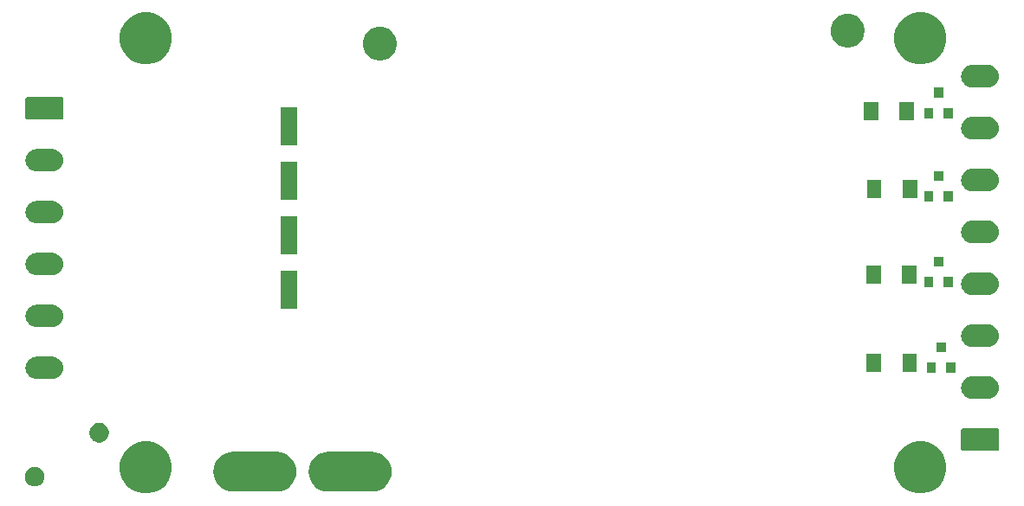
<source format=gbr>
G04 #@! TF.GenerationSoftware,KiCad,Pcbnew,5.1.6-c6e7f7d~87~ubuntu18.04.1*
G04 #@! TF.CreationDate,2020-08-27T22:21:22+02:00*
G04 #@! TF.ProjectId,PeakHoldPWMDriver,5065616b-486f-46c6-9450-574d44726976,rev?*
G04 #@! TF.SameCoordinates,Original*
G04 #@! TF.FileFunction,Soldermask,Bot*
G04 #@! TF.FilePolarity,Negative*
%FSLAX46Y46*%
G04 Gerber Fmt 4.6, Leading zero omitted, Abs format (unit mm)*
G04 Created by KiCad (PCBNEW 5.1.6-c6e7f7d~87~ubuntu18.04.1) date 2020-08-27 22:21:22*
%MOMM*%
%LPD*%
G01*
G04 APERTURE LIST*
%ADD10C,0.100000*%
G04 APERTURE END LIST*
D10*
G36*
X202166098Y-109397033D02*
G01*
X202630350Y-109589332D01*
X202630352Y-109589333D01*
X203048168Y-109868509D01*
X203403491Y-110223832D01*
X203682667Y-110641648D01*
X203682668Y-110641650D01*
X203874967Y-111105902D01*
X203973000Y-111598747D01*
X203973000Y-112101253D01*
X203874967Y-112594098D01*
X203699287Y-113018228D01*
X203682667Y-113058352D01*
X203403491Y-113476168D01*
X203048168Y-113831491D01*
X202630352Y-114110667D01*
X202630351Y-114110668D01*
X202630350Y-114110668D01*
X202166098Y-114302967D01*
X201673253Y-114401000D01*
X201170747Y-114401000D01*
X200677902Y-114302967D01*
X200213650Y-114110668D01*
X200213649Y-114110668D01*
X200213648Y-114110667D01*
X199795832Y-113831491D01*
X199440509Y-113476168D01*
X199161333Y-113058352D01*
X199144713Y-113018228D01*
X198969033Y-112594098D01*
X198871000Y-112101253D01*
X198871000Y-111598747D01*
X198969033Y-111105902D01*
X199161332Y-110641650D01*
X199161333Y-110641648D01*
X199440509Y-110223832D01*
X199795832Y-109868509D01*
X200213648Y-109589333D01*
X200213650Y-109589332D01*
X200677902Y-109397033D01*
X201170747Y-109299000D01*
X201673253Y-109299000D01*
X202166098Y-109397033D01*
G37*
G36*
X126474098Y-109397033D02*
G01*
X126938350Y-109589332D01*
X126938352Y-109589333D01*
X127356168Y-109868509D01*
X127711491Y-110223832D01*
X127990667Y-110641648D01*
X127990668Y-110641650D01*
X128182967Y-111105902D01*
X128281000Y-111598747D01*
X128281000Y-112101253D01*
X128182967Y-112594098D01*
X128007287Y-113018228D01*
X127990667Y-113058352D01*
X127711491Y-113476168D01*
X127356168Y-113831491D01*
X126938352Y-114110667D01*
X126938351Y-114110668D01*
X126938350Y-114110668D01*
X126474098Y-114302967D01*
X125981253Y-114401000D01*
X125478747Y-114401000D01*
X124985902Y-114302967D01*
X124521650Y-114110668D01*
X124521649Y-114110668D01*
X124521648Y-114110667D01*
X124103832Y-113831491D01*
X123748509Y-113476168D01*
X123469333Y-113058352D01*
X123452713Y-113018228D01*
X123277033Y-112594098D01*
X123179000Y-112101253D01*
X123179000Y-111598747D01*
X123277033Y-111105902D01*
X123469332Y-110641650D01*
X123469333Y-110641648D01*
X123748509Y-110223832D01*
X124103832Y-109868509D01*
X124521648Y-109589333D01*
X124521650Y-109589332D01*
X124985902Y-109397033D01*
X125478747Y-109299000D01*
X125981253Y-109299000D01*
X126474098Y-109397033D01*
G37*
G36*
X138880463Y-110345229D02*
G01*
X139248228Y-110456790D01*
X139587162Y-110637954D01*
X139884240Y-110881760D01*
X140128046Y-111178838D01*
X140309210Y-111517772D01*
X140420771Y-111885537D01*
X140458440Y-112268000D01*
X140420771Y-112650463D01*
X140309210Y-113018228D01*
X140128046Y-113357162D01*
X139884240Y-113654240D01*
X139587162Y-113898046D01*
X139248228Y-114079210D01*
X138880463Y-114190771D01*
X138593847Y-114219000D01*
X134202153Y-114219000D01*
X133915537Y-114190771D01*
X133547772Y-114079210D01*
X133208838Y-113898046D01*
X132911760Y-113654240D01*
X132667954Y-113357162D01*
X132486790Y-113018228D01*
X132375229Y-112650463D01*
X132337560Y-112268000D01*
X132375229Y-111885537D01*
X132486790Y-111517772D01*
X132667954Y-111178838D01*
X132911760Y-110881760D01*
X133208838Y-110637954D01*
X133547772Y-110456790D01*
X133915537Y-110345229D01*
X134202153Y-110317000D01*
X138593847Y-110317000D01*
X138880463Y-110345229D01*
G37*
G36*
X148180463Y-110345229D02*
G01*
X148548228Y-110456790D01*
X148887162Y-110637954D01*
X149184240Y-110881760D01*
X149428046Y-111178838D01*
X149609210Y-111517772D01*
X149720771Y-111885537D01*
X149758440Y-112268000D01*
X149720771Y-112650463D01*
X149609210Y-113018228D01*
X149428046Y-113357162D01*
X149184240Y-113654240D01*
X148887162Y-113898046D01*
X148548228Y-114079210D01*
X148180463Y-114190771D01*
X147893847Y-114219000D01*
X143502153Y-114219000D01*
X143215537Y-114190771D01*
X142847772Y-114079210D01*
X142508838Y-113898046D01*
X142211760Y-113654240D01*
X141967954Y-113357162D01*
X141786790Y-113018228D01*
X141675229Y-112650463D01*
X141637560Y-112268000D01*
X141675229Y-111885537D01*
X141786790Y-111517772D01*
X141967954Y-111178838D01*
X142211760Y-110881760D01*
X142508838Y-110637954D01*
X142847772Y-110456790D01*
X143215537Y-110345229D01*
X143502153Y-110317000D01*
X147893847Y-110317000D01*
X148180463Y-110345229D01*
G37*
G36*
X115142145Y-111856897D02*
G01*
X115315216Y-111928585D01*
X115315217Y-111928586D01*
X115470977Y-112032661D01*
X115603440Y-112165124D01*
X115603441Y-112165126D01*
X115707516Y-112320885D01*
X115779204Y-112493956D01*
X115815750Y-112677684D01*
X115815750Y-112865018D01*
X115779204Y-113048746D01*
X115707516Y-113221817D01*
X115707515Y-113221818D01*
X115603440Y-113377578D01*
X115470977Y-113510041D01*
X115392568Y-113562432D01*
X115315216Y-113614117D01*
X115142145Y-113685805D01*
X114958417Y-113722351D01*
X114771083Y-113722351D01*
X114587355Y-113685805D01*
X114414284Y-113614117D01*
X114336932Y-113562432D01*
X114258523Y-113510041D01*
X114126060Y-113377578D01*
X114021985Y-113221818D01*
X114021984Y-113221817D01*
X113950296Y-113048746D01*
X113913750Y-112865018D01*
X113913750Y-112677684D01*
X113950296Y-112493956D01*
X114021984Y-112320885D01*
X114126059Y-112165126D01*
X114126060Y-112165124D01*
X114258523Y-112032661D01*
X114414283Y-111928586D01*
X114414284Y-111928585D01*
X114587355Y-111856897D01*
X114771083Y-111820351D01*
X114958417Y-111820351D01*
X115142145Y-111856897D01*
G37*
G36*
X208980217Y-108030808D02*
G01*
X209011489Y-108040294D01*
X209040308Y-108055698D01*
X209065570Y-108076430D01*
X209086302Y-108101692D01*
X209101706Y-108130511D01*
X209111192Y-108161783D01*
X209115000Y-108200448D01*
X209115000Y-110035552D01*
X209111192Y-110074217D01*
X209101706Y-110105489D01*
X209086302Y-110134308D01*
X209065570Y-110159570D01*
X209040308Y-110180302D01*
X209011489Y-110195706D01*
X208980217Y-110205192D01*
X208941552Y-110209000D01*
X205586448Y-110209000D01*
X205547783Y-110205192D01*
X205516511Y-110195706D01*
X205487692Y-110180302D01*
X205462430Y-110159570D01*
X205441698Y-110134308D01*
X205426294Y-110105489D01*
X205416808Y-110074217D01*
X205413000Y-110035552D01*
X205413000Y-108200448D01*
X205416808Y-108161783D01*
X205426294Y-108130511D01*
X205441698Y-108101692D01*
X205462430Y-108076430D01*
X205487692Y-108055698D01*
X205516511Y-108040294D01*
X205547783Y-108030808D01*
X205586448Y-108027000D01*
X208941552Y-108027000D01*
X208980217Y-108030808D01*
G37*
G36*
X121435395Y-107543546D02*
G01*
X121608466Y-107615234D01*
X121608467Y-107615235D01*
X121764227Y-107719310D01*
X121896690Y-107851773D01*
X121896691Y-107851775D01*
X122000766Y-108007534D01*
X122072454Y-108180605D01*
X122109000Y-108364333D01*
X122109000Y-108551667D01*
X122072454Y-108735395D01*
X122000766Y-108908466D01*
X122000765Y-108908467D01*
X121896690Y-109064227D01*
X121764227Y-109196690D01*
X121685818Y-109249081D01*
X121608466Y-109300766D01*
X121435395Y-109372454D01*
X121251667Y-109409000D01*
X121064333Y-109409000D01*
X120880605Y-109372454D01*
X120707534Y-109300766D01*
X120630182Y-109249081D01*
X120551773Y-109196690D01*
X120419310Y-109064227D01*
X120315235Y-108908467D01*
X120315234Y-108908466D01*
X120243546Y-108735395D01*
X120207000Y-108551667D01*
X120207000Y-108364333D01*
X120243546Y-108180605D01*
X120315234Y-108007534D01*
X120419309Y-107851775D01*
X120419310Y-107851773D01*
X120551773Y-107719310D01*
X120707533Y-107615235D01*
X120707534Y-107615234D01*
X120880605Y-107543546D01*
X121064333Y-107507000D01*
X121251667Y-107507000D01*
X121435395Y-107543546D01*
G37*
G36*
X208237871Y-102962786D02*
G01*
X208405245Y-103013558D01*
X208424905Y-103019522D01*
X208443530Y-103025172D01*
X208633055Y-103126475D01*
X208633058Y-103126477D01*
X208633059Y-103126478D01*
X208799186Y-103262814D01*
X208935522Y-103428941D01*
X208935525Y-103428945D01*
X209036828Y-103618470D01*
X209099214Y-103824129D01*
X209120278Y-104038000D01*
X209099214Y-104251871D01*
X209036828Y-104457530D01*
X208935525Y-104647055D01*
X208935523Y-104647058D01*
X208935522Y-104647059D01*
X208799186Y-104813186D01*
X208633059Y-104949522D01*
X208633055Y-104949525D01*
X208443530Y-105050828D01*
X208237871Y-105113214D01*
X208077591Y-105129000D01*
X206450409Y-105129000D01*
X206290129Y-105113214D01*
X206084470Y-105050828D01*
X205894945Y-104949525D01*
X205894941Y-104949522D01*
X205728814Y-104813186D01*
X205592478Y-104647059D01*
X205592477Y-104647058D01*
X205592475Y-104647055D01*
X205491172Y-104457530D01*
X205428786Y-104251871D01*
X205407722Y-104038000D01*
X205428786Y-103824129D01*
X205491172Y-103618470D01*
X205592475Y-103428945D01*
X205592478Y-103428941D01*
X205728814Y-103262814D01*
X205894941Y-103126478D01*
X205894942Y-103126477D01*
X205894945Y-103126475D01*
X206084470Y-103025172D01*
X206103096Y-103019522D01*
X206122755Y-103013558D01*
X206290129Y-102962786D01*
X206450409Y-102947000D01*
X208077591Y-102947000D01*
X208237871Y-102962786D01*
G37*
G36*
X116797871Y-101032786D02*
G01*
X117003530Y-101095172D01*
X117193055Y-101196475D01*
X117193058Y-101196477D01*
X117193059Y-101196478D01*
X117359186Y-101332814D01*
X117495522Y-101498941D01*
X117495525Y-101498945D01*
X117596828Y-101688470D01*
X117659214Y-101894129D01*
X117680278Y-102108000D01*
X117659214Y-102321871D01*
X117596828Y-102527530D01*
X117495525Y-102717055D01*
X117495523Y-102717058D01*
X117495522Y-102717059D01*
X117359186Y-102883186D01*
X117193059Y-103019522D01*
X117193055Y-103019525D01*
X117003530Y-103120828D01*
X117003527Y-103120829D01*
X116965245Y-103132442D01*
X116797871Y-103183214D01*
X116637591Y-103199000D01*
X115010409Y-103199000D01*
X114850129Y-103183214D01*
X114682755Y-103132442D01*
X114644473Y-103120829D01*
X114644470Y-103120828D01*
X114454945Y-103019525D01*
X114454941Y-103019522D01*
X114288814Y-102883186D01*
X114152478Y-102717059D01*
X114152477Y-102717058D01*
X114152475Y-102717055D01*
X114051172Y-102527530D01*
X113988786Y-102321871D01*
X113967722Y-102108000D01*
X113988786Y-101894129D01*
X114051172Y-101688470D01*
X114152475Y-101498945D01*
X114152478Y-101498941D01*
X114288814Y-101332814D01*
X114454941Y-101196478D01*
X114454942Y-101196477D01*
X114454945Y-101196475D01*
X114644470Y-101095172D01*
X114850129Y-101032786D01*
X115010409Y-101017000D01*
X116637591Y-101017000D01*
X116797871Y-101032786D01*
G37*
G36*
X202955000Y-102593000D02*
G01*
X202053000Y-102593000D01*
X202053000Y-101591000D01*
X202955000Y-101591000D01*
X202955000Y-102593000D01*
G37*
G36*
X204855000Y-102593000D02*
G01*
X203953000Y-102593000D01*
X203953000Y-101591000D01*
X204855000Y-101591000D01*
X204855000Y-102593000D01*
G37*
G36*
X201079000Y-102501000D02*
G01*
X199677000Y-102501000D01*
X199677000Y-100699000D01*
X201079000Y-100699000D01*
X201079000Y-102501000D01*
G37*
G36*
X197579000Y-102501000D02*
G01*
X196177000Y-102501000D01*
X196177000Y-100699000D01*
X197579000Y-100699000D01*
X197579000Y-102501000D01*
G37*
G36*
X203905000Y-100593000D02*
G01*
X203003000Y-100593000D01*
X203003000Y-99591000D01*
X203905000Y-99591000D01*
X203905000Y-100593000D01*
G37*
G36*
X208237871Y-97882786D02*
G01*
X208405245Y-97933558D01*
X208424905Y-97939522D01*
X208443530Y-97945172D01*
X208633055Y-98046475D01*
X208633058Y-98046477D01*
X208633059Y-98046478D01*
X208799186Y-98182814D01*
X208935522Y-98348941D01*
X208935525Y-98348945D01*
X209036828Y-98538470D01*
X209099214Y-98744129D01*
X209120278Y-98958000D01*
X209099214Y-99171871D01*
X209036828Y-99377530D01*
X208935525Y-99567055D01*
X208935523Y-99567058D01*
X208935522Y-99567059D01*
X208799186Y-99733186D01*
X208633059Y-99869522D01*
X208633055Y-99869525D01*
X208443530Y-99970828D01*
X208237871Y-100033214D01*
X208077591Y-100049000D01*
X206450409Y-100049000D01*
X206290129Y-100033214D01*
X206084470Y-99970828D01*
X205894945Y-99869525D01*
X205894941Y-99869522D01*
X205728814Y-99733186D01*
X205592478Y-99567059D01*
X205592477Y-99567058D01*
X205592475Y-99567055D01*
X205491172Y-99377530D01*
X205428786Y-99171871D01*
X205407722Y-98958000D01*
X205428786Y-98744129D01*
X205491172Y-98538470D01*
X205592475Y-98348945D01*
X205592478Y-98348941D01*
X205728814Y-98182814D01*
X205894941Y-98046478D01*
X205894942Y-98046477D01*
X205894945Y-98046475D01*
X206084470Y-97945172D01*
X206103096Y-97939522D01*
X206122755Y-97933558D01*
X206290129Y-97882786D01*
X206450409Y-97867000D01*
X208077591Y-97867000D01*
X208237871Y-97882786D01*
G37*
G36*
X116797871Y-95952786D02*
G01*
X117003530Y-96015172D01*
X117193055Y-96116475D01*
X117193058Y-96116477D01*
X117193059Y-96116478D01*
X117359186Y-96252814D01*
X117495522Y-96418941D01*
X117495525Y-96418945D01*
X117596828Y-96608470D01*
X117659214Y-96814129D01*
X117680278Y-97028000D01*
X117659214Y-97241871D01*
X117596828Y-97447530D01*
X117495525Y-97637055D01*
X117495523Y-97637058D01*
X117495522Y-97637059D01*
X117359186Y-97803186D01*
X117193059Y-97939522D01*
X117193055Y-97939525D01*
X117003530Y-98040828D01*
X117003527Y-98040829D01*
X116965245Y-98052442D01*
X116797871Y-98103214D01*
X116637591Y-98119000D01*
X115010409Y-98119000D01*
X114850129Y-98103214D01*
X114682755Y-98052442D01*
X114644473Y-98040829D01*
X114644470Y-98040828D01*
X114454945Y-97939525D01*
X114454941Y-97939522D01*
X114288814Y-97803186D01*
X114152478Y-97637059D01*
X114152477Y-97637058D01*
X114152475Y-97637055D01*
X114051172Y-97447530D01*
X113988786Y-97241871D01*
X113967722Y-97028000D01*
X113988786Y-96814129D01*
X114051172Y-96608470D01*
X114152475Y-96418945D01*
X114152478Y-96418941D01*
X114288814Y-96252814D01*
X114454941Y-96116478D01*
X114454942Y-96116477D01*
X114454945Y-96116475D01*
X114644470Y-96015172D01*
X114850129Y-95952786D01*
X115010409Y-95937000D01*
X116637591Y-95937000D01*
X116797871Y-95952786D01*
G37*
G36*
X140501000Y-96339000D02*
G01*
X138899000Y-96339000D01*
X138899000Y-92637000D01*
X140501000Y-92637000D01*
X140501000Y-96339000D01*
G37*
G36*
X208237871Y-92802786D02*
G01*
X208405245Y-92853558D01*
X208424905Y-92859522D01*
X208443530Y-92865172D01*
X208633055Y-92966475D01*
X208633058Y-92966477D01*
X208633059Y-92966478D01*
X208799186Y-93102814D01*
X208935522Y-93268941D01*
X208935525Y-93268945D01*
X209036828Y-93458470D01*
X209099214Y-93664129D01*
X209120278Y-93878000D01*
X209099214Y-94091871D01*
X209036828Y-94297530D01*
X208935525Y-94487055D01*
X208935523Y-94487058D01*
X208935522Y-94487059D01*
X208799186Y-94653186D01*
X208633059Y-94789522D01*
X208633055Y-94789525D01*
X208443530Y-94890828D01*
X208237871Y-94953214D01*
X208077591Y-94969000D01*
X206450409Y-94969000D01*
X206290129Y-94953214D01*
X206084470Y-94890828D01*
X205894945Y-94789525D01*
X205894941Y-94789522D01*
X205728814Y-94653186D01*
X205592478Y-94487059D01*
X205592477Y-94487058D01*
X205592475Y-94487055D01*
X205491172Y-94297530D01*
X205428786Y-94091871D01*
X205407722Y-93878000D01*
X205428786Y-93664129D01*
X205491172Y-93458470D01*
X205592475Y-93268945D01*
X205592478Y-93268941D01*
X205728814Y-93102814D01*
X205894941Y-92966478D01*
X205894942Y-92966477D01*
X205894945Y-92966475D01*
X206084470Y-92865172D01*
X206103096Y-92859522D01*
X206122755Y-92853558D01*
X206290129Y-92802786D01*
X206450409Y-92787000D01*
X208077591Y-92787000D01*
X208237871Y-92802786D01*
G37*
G36*
X204601000Y-94211000D02*
G01*
X203699000Y-94211000D01*
X203699000Y-93209000D01*
X204601000Y-93209000D01*
X204601000Y-94211000D01*
G37*
G36*
X202701000Y-94211000D02*
G01*
X201799000Y-94211000D01*
X201799000Y-93209000D01*
X202701000Y-93209000D01*
X202701000Y-94211000D01*
G37*
G36*
X197551000Y-93865000D02*
G01*
X196149000Y-93865000D01*
X196149000Y-92063000D01*
X197551000Y-92063000D01*
X197551000Y-93865000D01*
G37*
G36*
X201051000Y-93865000D02*
G01*
X199649000Y-93865000D01*
X199649000Y-92063000D01*
X201051000Y-92063000D01*
X201051000Y-93865000D01*
G37*
G36*
X116797871Y-90872786D02*
G01*
X117003530Y-90935172D01*
X117193055Y-91036475D01*
X117193058Y-91036477D01*
X117193059Y-91036478D01*
X117359186Y-91172814D01*
X117495522Y-91338941D01*
X117495525Y-91338945D01*
X117596828Y-91528470D01*
X117659214Y-91734129D01*
X117680278Y-91948000D01*
X117659214Y-92161871D01*
X117596828Y-92367530D01*
X117495525Y-92557055D01*
X117495523Y-92557058D01*
X117495522Y-92557059D01*
X117359186Y-92723186D01*
X117193059Y-92859522D01*
X117193055Y-92859525D01*
X117003530Y-92960828D01*
X117003527Y-92960829D01*
X116965245Y-92972442D01*
X116797871Y-93023214D01*
X116637591Y-93039000D01*
X115010409Y-93039000D01*
X114850129Y-93023214D01*
X114682755Y-92972442D01*
X114644473Y-92960829D01*
X114644470Y-92960828D01*
X114454945Y-92859525D01*
X114454941Y-92859522D01*
X114288814Y-92723186D01*
X114152478Y-92557059D01*
X114152477Y-92557058D01*
X114152475Y-92557055D01*
X114051172Y-92367530D01*
X113988786Y-92161871D01*
X113967722Y-91948000D01*
X113988786Y-91734129D01*
X114051172Y-91528470D01*
X114152475Y-91338945D01*
X114152478Y-91338941D01*
X114288814Y-91172814D01*
X114454941Y-91036478D01*
X114454942Y-91036477D01*
X114454945Y-91036475D01*
X114644470Y-90935172D01*
X114850129Y-90872786D01*
X115010409Y-90857000D01*
X116637591Y-90857000D01*
X116797871Y-90872786D01*
G37*
G36*
X203651000Y-92211000D02*
G01*
X202749000Y-92211000D01*
X202749000Y-91209000D01*
X203651000Y-91209000D01*
X203651000Y-92211000D01*
G37*
G36*
X140501000Y-91005000D02*
G01*
X138899000Y-91005000D01*
X138899000Y-87303000D01*
X140501000Y-87303000D01*
X140501000Y-91005000D01*
G37*
G36*
X208237871Y-87722786D02*
G01*
X208405245Y-87773558D01*
X208424905Y-87779522D01*
X208443530Y-87785172D01*
X208633055Y-87886475D01*
X208633058Y-87886477D01*
X208633059Y-87886478D01*
X208799186Y-88022814D01*
X208935522Y-88188941D01*
X208935525Y-88188945D01*
X209036828Y-88378470D01*
X209099214Y-88584129D01*
X209120278Y-88798000D01*
X209099214Y-89011871D01*
X209036828Y-89217530D01*
X208935525Y-89407055D01*
X208935523Y-89407058D01*
X208935522Y-89407059D01*
X208799186Y-89573186D01*
X208638569Y-89705000D01*
X208633055Y-89709525D01*
X208443530Y-89810828D01*
X208237871Y-89873214D01*
X208077591Y-89889000D01*
X206450409Y-89889000D01*
X206290129Y-89873214D01*
X206084470Y-89810828D01*
X205894945Y-89709525D01*
X205889431Y-89705000D01*
X205728814Y-89573186D01*
X205592478Y-89407059D01*
X205592477Y-89407058D01*
X205592475Y-89407055D01*
X205491172Y-89217530D01*
X205428786Y-89011871D01*
X205407722Y-88798000D01*
X205428786Y-88584129D01*
X205491172Y-88378470D01*
X205592475Y-88188945D01*
X205592478Y-88188941D01*
X205728814Y-88022814D01*
X205894941Y-87886478D01*
X205894942Y-87886477D01*
X205894945Y-87886475D01*
X206084470Y-87785172D01*
X206103096Y-87779522D01*
X206122755Y-87773558D01*
X206290129Y-87722786D01*
X206450409Y-87707000D01*
X208077591Y-87707000D01*
X208237871Y-87722786D01*
G37*
G36*
X116797871Y-85792786D02*
G01*
X117003530Y-85855172D01*
X117193055Y-85956475D01*
X117193058Y-85956477D01*
X117193059Y-85956478D01*
X117359186Y-86092814D01*
X117495522Y-86258941D01*
X117495525Y-86258945D01*
X117596828Y-86448470D01*
X117659214Y-86654129D01*
X117680278Y-86868000D01*
X117659214Y-87081871D01*
X117596828Y-87287530D01*
X117495525Y-87477055D01*
X117495523Y-87477058D01*
X117495522Y-87477059D01*
X117359186Y-87643186D01*
X117193059Y-87779522D01*
X117193055Y-87779525D01*
X117003530Y-87880828D01*
X117003527Y-87880829D01*
X116965245Y-87892442D01*
X116797871Y-87943214D01*
X116637591Y-87959000D01*
X115010409Y-87959000D01*
X114850129Y-87943214D01*
X114682755Y-87892442D01*
X114644473Y-87880829D01*
X114644470Y-87880828D01*
X114454945Y-87779525D01*
X114454941Y-87779522D01*
X114288814Y-87643186D01*
X114152478Y-87477059D01*
X114152477Y-87477058D01*
X114152475Y-87477055D01*
X114051172Y-87287530D01*
X113988786Y-87081871D01*
X113967722Y-86868000D01*
X113988786Y-86654129D01*
X114051172Y-86448470D01*
X114152475Y-86258945D01*
X114152478Y-86258941D01*
X114288814Y-86092814D01*
X114454941Y-85956478D01*
X114454942Y-85956477D01*
X114454945Y-85956475D01*
X114644470Y-85855172D01*
X114850129Y-85792786D01*
X115010409Y-85777000D01*
X116637591Y-85777000D01*
X116797871Y-85792786D01*
G37*
G36*
X202701000Y-85829000D02*
G01*
X201799000Y-85829000D01*
X201799000Y-84827000D01*
X202701000Y-84827000D01*
X202701000Y-85829000D01*
G37*
G36*
X204601000Y-85829000D02*
G01*
X203699000Y-85829000D01*
X203699000Y-84827000D01*
X204601000Y-84827000D01*
X204601000Y-85829000D01*
G37*
G36*
X140501000Y-85671000D02*
G01*
X138899000Y-85671000D01*
X138899000Y-81969000D01*
X140501000Y-81969000D01*
X140501000Y-85671000D01*
G37*
G36*
X201107000Y-85483000D02*
G01*
X199705000Y-85483000D01*
X199705000Y-83681000D01*
X201107000Y-83681000D01*
X201107000Y-85483000D01*
G37*
G36*
X197607000Y-85483000D02*
G01*
X196205000Y-85483000D01*
X196205000Y-83681000D01*
X197607000Y-83681000D01*
X197607000Y-85483000D01*
G37*
G36*
X208237871Y-82642786D02*
G01*
X208405245Y-82693558D01*
X208424905Y-82699522D01*
X208443530Y-82705172D01*
X208633055Y-82806475D01*
X208633058Y-82806477D01*
X208633059Y-82806478D01*
X208799186Y-82942814D01*
X208935522Y-83108941D01*
X208935525Y-83108945D01*
X209036828Y-83298470D01*
X209099214Y-83504129D01*
X209120278Y-83718000D01*
X209099214Y-83931871D01*
X209036828Y-84137530D01*
X208935525Y-84327055D01*
X208935523Y-84327058D01*
X208935522Y-84327059D01*
X208799186Y-84493186D01*
X208633059Y-84629522D01*
X208633055Y-84629525D01*
X208443530Y-84730828D01*
X208237871Y-84793214D01*
X208077591Y-84809000D01*
X206450409Y-84809000D01*
X206290129Y-84793214D01*
X206084470Y-84730828D01*
X205894945Y-84629525D01*
X205894941Y-84629522D01*
X205728814Y-84493186D01*
X205592478Y-84327059D01*
X205592477Y-84327058D01*
X205592475Y-84327055D01*
X205491172Y-84137530D01*
X205428786Y-83931871D01*
X205407722Y-83718000D01*
X205428786Y-83504129D01*
X205491172Y-83298470D01*
X205592475Y-83108945D01*
X205592478Y-83108941D01*
X205728814Y-82942814D01*
X205894941Y-82806478D01*
X205894942Y-82806477D01*
X205894945Y-82806475D01*
X206084470Y-82705172D01*
X206103096Y-82699522D01*
X206122755Y-82693558D01*
X206290129Y-82642786D01*
X206450409Y-82627000D01*
X208077591Y-82627000D01*
X208237871Y-82642786D01*
G37*
G36*
X203651000Y-83829000D02*
G01*
X202749000Y-83829000D01*
X202749000Y-82827000D01*
X203651000Y-82827000D01*
X203651000Y-83829000D01*
G37*
G36*
X116797871Y-80712786D02*
G01*
X117003530Y-80775172D01*
X117193055Y-80876475D01*
X117193058Y-80876477D01*
X117193059Y-80876478D01*
X117359186Y-81012814D01*
X117495522Y-81178941D01*
X117495525Y-81178945D01*
X117596828Y-81368470D01*
X117659214Y-81574129D01*
X117680278Y-81788000D01*
X117659214Y-82001871D01*
X117596828Y-82207530D01*
X117495525Y-82397055D01*
X117495523Y-82397058D01*
X117495522Y-82397059D01*
X117359186Y-82563186D01*
X117193059Y-82699522D01*
X117193055Y-82699525D01*
X117003530Y-82800828D01*
X117003527Y-82800829D01*
X116965245Y-82812442D01*
X116797871Y-82863214D01*
X116637591Y-82879000D01*
X115010409Y-82879000D01*
X114850129Y-82863214D01*
X114682755Y-82812442D01*
X114644473Y-82800829D01*
X114644470Y-82800828D01*
X114454945Y-82699525D01*
X114454941Y-82699522D01*
X114288814Y-82563186D01*
X114152478Y-82397059D01*
X114152477Y-82397058D01*
X114152475Y-82397055D01*
X114051172Y-82207530D01*
X113988786Y-82001871D01*
X113967722Y-81788000D01*
X113988786Y-81574129D01*
X114051172Y-81368470D01*
X114152475Y-81178945D01*
X114152478Y-81178941D01*
X114288814Y-81012814D01*
X114454941Y-80876478D01*
X114454942Y-80876477D01*
X114454945Y-80876475D01*
X114644470Y-80775172D01*
X114850129Y-80712786D01*
X115010409Y-80697000D01*
X116637591Y-80697000D01*
X116797871Y-80712786D01*
G37*
G36*
X140501000Y-80307000D02*
G01*
X138899000Y-80307000D01*
X138899000Y-76605000D01*
X140501000Y-76605000D01*
X140501000Y-80307000D01*
G37*
G36*
X208237871Y-77562786D02*
G01*
X208443530Y-77625172D01*
X208633055Y-77726475D01*
X208633058Y-77726477D01*
X208633059Y-77726478D01*
X208799186Y-77862814D01*
X208935522Y-78028941D01*
X208935525Y-78028945D01*
X209036828Y-78218470D01*
X209099214Y-78424129D01*
X209120278Y-78638000D01*
X209099214Y-78851871D01*
X209036828Y-79057530D01*
X208935525Y-79247055D01*
X208935523Y-79247058D01*
X208935522Y-79247059D01*
X208799186Y-79413186D01*
X208633059Y-79549522D01*
X208633055Y-79549525D01*
X208443530Y-79650828D01*
X208237871Y-79713214D01*
X208077591Y-79729000D01*
X206450409Y-79729000D01*
X206290129Y-79713214D01*
X206084470Y-79650828D01*
X205894945Y-79549525D01*
X205894941Y-79549522D01*
X205728814Y-79413186D01*
X205592478Y-79247059D01*
X205592477Y-79247058D01*
X205592475Y-79247055D01*
X205491172Y-79057530D01*
X205428786Y-78851871D01*
X205407722Y-78638000D01*
X205428786Y-78424129D01*
X205491172Y-78218470D01*
X205592475Y-78028945D01*
X205592478Y-78028941D01*
X205728814Y-77862814D01*
X205894941Y-77726478D01*
X205894942Y-77726477D01*
X205894945Y-77726475D01*
X206084470Y-77625172D01*
X206290129Y-77562786D01*
X206450409Y-77547000D01*
X208077591Y-77547000D01*
X208237871Y-77562786D01*
G37*
G36*
X197297000Y-77863000D02*
G01*
X195895000Y-77863000D01*
X195895000Y-76061000D01*
X197297000Y-76061000D01*
X197297000Y-77863000D01*
G37*
G36*
X200797000Y-77863000D02*
G01*
X199395000Y-77863000D01*
X199395000Y-76061000D01*
X200797000Y-76061000D01*
X200797000Y-77863000D01*
G37*
G36*
X117540217Y-75620808D02*
G01*
X117571489Y-75630294D01*
X117600308Y-75645698D01*
X117625570Y-75666430D01*
X117646302Y-75691692D01*
X117661706Y-75720511D01*
X117671192Y-75751783D01*
X117675000Y-75790448D01*
X117675000Y-77625552D01*
X117671192Y-77664217D01*
X117661706Y-77695489D01*
X117646302Y-77724308D01*
X117625570Y-77749570D01*
X117600308Y-77770302D01*
X117571489Y-77785706D01*
X117540217Y-77795192D01*
X117501552Y-77799000D01*
X114146448Y-77799000D01*
X114107783Y-77795192D01*
X114076511Y-77785706D01*
X114047692Y-77770302D01*
X114022430Y-77749570D01*
X114001698Y-77724308D01*
X113986294Y-77695489D01*
X113976808Y-77664217D01*
X113973000Y-77625552D01*
X113973000Y-75790448D01*
X113976808Y-75751783D01*
X113986294Y-75720511D01*
X114001698Y-75691692D01*
X114022430Y-75666430D01*
X114047692Y-75645698D01*
X114076511Y-75630294D01*
X114107783Y-75620808D01*
X114146448Y-75617000D01*
X117501552Y-75617000D01*
X117540217Y-75620808D01*
G37*
G36*
X204601000Y-77685000D02*
G01*
X203699000Y-77685000D01*
X203699000Y-76683000D01*
X204601000Y-76683000D01*
X204601000Y-77685000D01*
G37*
G36*
X202701000Y-77685000D02*
G01*
X201799000Y-77685000D01*
X201799000Y-76683000D01*
X202701000Y-76683000D01*
X202701000Y-77685000D01*
G37*
G36*
X203651000Y-75685000D02*
G01*
X202749000Y-75685000D01*
X202749000Y-74683000D01*
X203651000Y-74683000D01*
X203651000Y-75685000D01*
G37*
G36*
X208237871Y-72482786D02*
G01*
X208443530Y-72545172D01*
X208633055Y-72646475D01*
X208633058Y-72646477D01*
X208633059Y-72646478D01*
X208799186Y-72782814D01*
X208935522Y-72948941D01*
X208935525Y-72948945D01*
X209036828Y-73138470D01*
X209099214Y-73344129D01*
X209120278Y-73558000D01*
X209099214Y-73771871D01*
X209036828Y-73977530D01*
X208935525Y-74167055D01*
X208935523Y-74167058D01*
X208935522Y-74167059D01*
X208799186Y-74333186D01*
X208633059Y-74469522D01*
X208633055Y-74469525D01*
X208443530Y-74570828D01*
X208237871Y-74633214D01*
X208077591Y-74649000D01*
X206450409Y-74649000D01*
X206290129Y-74633214D01*
X206084470Y-74570828D01*
X205894945Y-74469525D01*
X205894941Y-74469522D01*
X205728814Y-74333186D01*
X205592478Y-74167059D01*
X205592477Y-74167058D01*
X205592475Y-74167055D01*
X205491172Y-73977530D01*
X205428786Y-73771871D01*
X205407722Y-73558000D01*
X205428786Y-73344129D01*
X205491172Y-73138470D01*
X205592475Y-72948945D01*
X205592478Y-72948941D01*
X205728814Y-72782814D01*
X205894941Y-72646478D01*
X205894942Y-72646477D01*
X205894945Y-72646475D01*
X206084470Y-72545172D01*
X206290129Y-72482786D01*
X206450409Y-72467000D01*
X208077591Y-72467000D01*
X208237871Y-72482786D01*
G37*
G36*
X202166098Y-67397033D02*
G01*
X202630350Y-67589332D01*
X202630352Y-67589333D01*
X203048168Y-67868509D01*
X203403491Y-68223832D01*
X203682667Y-68641648D01*
X203682668Y-68641650D01*
X203874967Y-69105902D01*
X203973000Y-69598747D01*
X203973000Y-70101253D01*
X203874967Y-70594098D01*
X203682668Y-71058350D01*
X203682667Y-71058352D01*
X203403491Y-71476168D01*
X203048168Y-71831491D01*
X202630352Y-72110667D01*
X202630351Y-72110668D01*
X202630350Y-72110668D01*
X202166098Y-72302967D01*
X201673253Y-72401000D01*
X201170747Y-72401000D01*
X200677902Y-72302967D01*
X200213650Y-72110668D01*
X200213649Y-72110668D01*
X200213648Y-72110667D01*
X199795832Y-71831491D01*
X199440509Y-71476168D01*
X199161333Y-71058352D01*
X199161332Y-71058350D01*
X198969033Y-70594098D01*
X198871000Y-70101253D01*
X198871000Y-69598747D01*
X198969033Y-69105902D01*
X199161332Y-68641650D01*
X199161333Y-68641648D01*
X199440509Y-68223832D01*
X199795832Y-67868509D01*
X200213648Y-67589333D01*
X200213650Y-67589332D01*
X200677902Y-67397033D01*
X201170747Y-67299000D01*
X201673253Y-67299000D01*
X202166098Y-67397033D01*
G37*
G36*
X126474098Y-67397033D02*
G01*
X126938350Y-67589332D01*
X126938352Y-67589333D01*
X127356168Y-67868509D01*
X127711491Y-68223832D01*
X127990667Y-68641648D01*
X127990668Y-68641650D01*
X128182967Y-69105902D01*
X128281000Y-69598747D01*
X128281000Y-70101253D01*
X128182967Y-70594098D01*
X127990668Y-71058350D01*
X127990667Y-71058352D01*
X127711491Y-71476168D01*
X127356168Y-71831491D01*
X126938352Y-72110667D01*
X126938351Y-72110668D01*
X126938350Y-72110668D01*
X126474098Y-72302967D01*
X125981253Y-72401000D01*
X125478747Y-72401000D01*
X124985902Y-72302967D01*
X124521650Y-72110668D01*
X124521649Y-72110668D01*
X124521648Y-72110667D01*
X124103832Y-71831491D01*
X123748509Y-71476168D01*
X123469333Y-71058352D01*
X123469332Y-71058350D01*
X123277033Y-70594098D01*
X123179000Y-70101253D01*
X123179000Y-69598747D01*
X123277033Y-69105902D01*
X123469332Y-68641650D01*
X123469333Y-68641648D01*
X123748509Y-68223832D01*
X124103832Y-67868509D01*
X124521648Y-67589333D01*
X124521650Y-67589332D01*
X124985902Y-67397033D01*
X125478747Y-67299000D01*
X125981253Y-67299000D01*
X126474098Y-67397033D01*
G37*
G36*
X148965256Y-68749298D02*
G01*
X149071579Y-68770447D01*
X149372042Y-68894903D01*
X149642451Y-69075585D01*
X149872415Y-69305549D01*
X150053097Y-69575958D01*
X150174911Y-69870042D01*
X150177553Y-69876422D01*
X150241000Y-70195389D01*
X150241000Y-70520611D01*
X150226382Y-70594098D01*
X150177553Y-70839579D01*
X150053097Y-71140042D01*
X149872415Y-71410451D01*
X149642451Y-71640415D01*
X149372042Y-71821097D01*
X149071579Y-71945553D01*
X148965256Y-71966702D01*
X148752611Y-72009000D01*
X148427389Y-72009000D01*
X148214744Y-71966702D01*
X148108421Y-71945553D01*
X147807958Y-71821097D01*
X147537549Y-71640415D01*
X147307585Y-71410451D01*
X147126903Y-71140042D01*
X147002447Y-70839579D01*
X146953618Y-70594098D01*
X146939000Y-70520611D01*
X146939000Y-70195389D01*
X147002447Y-69876422D01*
X147005090Y-69870042D01*
X147126903Y-69575958D01*
X147307585Y-69305549D01*
X147537549Y-69075585D01*
X147807958Y-68894903D01*
X148108421Y-68770447D01*
X148214744Y-68749298D01*
X148427389Y-68707000D01*
X148752611Y-68707000D01*
X148965256Y-68749298D01*
G37*
G36*
X194685256Y-67479298D02*
G01*
X194791579Y-67500447D01*
X195092042Y-67624903D01*
X195362451Y-67805585D01*
X195592415Y-68035549D01*
X195773097Y-68305958D01*
X195773098Y-68305960D01*
X195897553Y-68606422D01*
X195961000Y-68925389D01*
X195961000Y-69250611D01*
X195918702Y-69463256D01*
X195897553Y-69569579D01*
X195773097Y-69870042D01*
X195592415Y-70140451D01*
X195362451Y-70370415D01*
X195092042Y-70551097D01*
X194791579Y-70675553D01*
X194685256Y-70696702D01*
X194472611Y-70739000D01*
X194147389Y-70739000D01*
X193934744Y-70696702D01*
X193828421Y-70675553D01*
X193527958Y-70551097D01*
X193257549Y-70370415D01*
X193027585Y-70140451D01*
X192846903Y-69870042D01*
X192722447Y-69569579D01*
X192701298Y-69463256D01*
X192659000Y-69250611D01*
X192659000Y-68925389D01*
X192722447Y-68606422D01*
X192846902Y-68305960D01*
X192846903Y-68305958D01*
X193027585Y-68035549D01*
X193257549Y-67805585D01*
X193527958Y-67624903D01*
X193828421Y-67500447D01*
X193934744Y-67479298D01*
X194147389Y-67437000D01*
X194472611Y-67437000D01*
X194685256Y-67479298D01*
G37*
M02*

</source>
